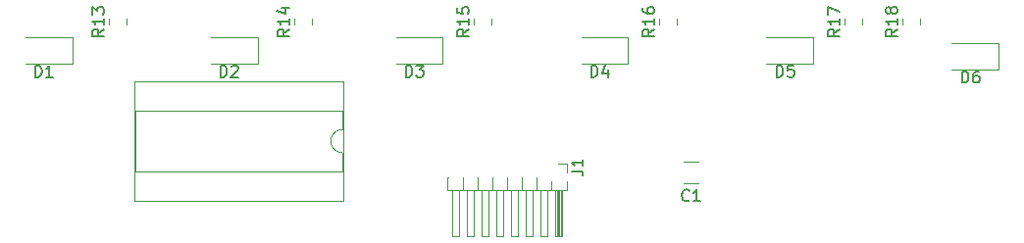
<source format=gbr>
%TF.GenerationSoftware,KiCad,Pcbnew,8.0.5*%
%TF.CreationDate,2024-10-02T15:03:06-03:00*%
%TF.ProjectId,modulo_sensor,6d6f6475-6c6f-45f7-9365-6e736f722e6b,rev?*%
%TF.SameCoordinates,Original*%
%TF.FileFunction,Legend,Top*%
%TF.FilePolarity,Positive*%
%FSLAX46Y46*%
G04 Gerber Fmt 4.6, Leading zero omitted, Abs format (unit mm)*
G04 Created by KiCad (PCBNEW 8.0.5) date 2024-10-02 15:03:06*
%MOMM*%
%LPD*%
G01*
G04 APERTURE LIST*
%ADD10C,0.150000*%
%ADD11C,0.120000*%
G04 APERTURE END LIST*
D10*
X104164802Y-79898333D02*
X104879087Y-79898333D01*
X104879087Y-79898333D02*
X105021944Y-79945952D01*
X105021944Y-79945952D02*
X105117183Y-80041190D01*
X105117183Y-80041190D02*
X105164802Y-80184047D01*
X105164802Y-80184047D02*
X105164802Y-80279285D01*
X105164802Y-78898333D02*
X105164802Y-79469761D01*
X105164802Y-79184047D02*
X104164802Y-79184047D01*
X104164802Y-79184047D02*
X104307659Y-79279285D01*
X104307659Y-79279285D02*
X104402897Y-79374523D01*
X104402897Y-79374523D02*
X104450516Y-79469761D01*
X95304819Y-67642857D02*
X94828628Y-67976190D01*
X95304819Y-68214285D02*
X94304819Y-68214285D01*
X94304819Y-68214285D02*
X94304819Y-67833333D01*
X94304819Y-67833333D02*
X94352438Y-67738095D01*
X94352438Y-67738095D02*
X94400057Y-67690476D01*
X94400057Y-67690476D02*
X94495295Y-67642857D01*
X94495295Y-67642857D02*
X94638152Y-67642857D01*
X94638152Y-67642857D02*
X94733390Y-67690476D01*
X94733390Y-67690476D02*
X94781009Y-67738095D01*
X94781009Y-67738095D02*
X94828628Y-67833333D01*
X94828628Y-67833333D02*
X94828628Y-68214285D01*
X95304819Y-66690476D02*
X95304819Y-67261904D01*
X95304819Y-66976190D02*
X94304819Y-66976190D01*
X94304819Y-66976190D02*
X94447676Y-67071428D01*
X94447676Y-67071428D02*
X94542914Y-67166666D01*
X94542914Y-67166666D02*
X94590533Y-67261904D01*
X94304819Y-65785714D02*
X94304819Y-66261904D01*
X94304819Y-66261904D02*
X94781009Y-66309523D01*
X94781009Y-66309523D02*
X94733390Y-66261904D01*
X94733390Y-66261904D02*
X94685771Y-66166666D01*
X94685771Y-66166666D02*
X94685771Y-65928571D01*
X94685771Y-65928571D02*
X94733390Y-65833333D01*
X94733390Y-65833333D02*
X94781009Y-65785714D01*
X94781009Y-65785714D02*
X94876247Y-65738095D01*
X94876247Y-65738095D02*
X95114342Y-65738095D01*
X95114342Y-65738095D02*
X95209580Y-65785714D01*
X95209580Y-65785714D02*
X95257200Y-65833333D01*
X95257200Y-65833333D02*
X95304819Y-65928571D01*
X95304819Y-65928571D02*
X95304819Y-66166666D01*
X95304819Y-66166666D02*
X95257200Y-66261904D01*
X95257200Y-66261904D02*
X95209580Y-66309523D01*
X73871888Y-71774819D02*
X73871888Y-70774819D01*
X73871888Y-70774819D02*
X74109983Y-70774819D01*
X74109983Y-70774819D02*
X74252840Y-70822438D01*
X74252840Y-70822438D02*
X74348078Y-70917676D01*
X74348078Y-70917676D02*
X74395697Y-71012914D01*
X74395697Y-71012914D02*
X74443316Y-71203390D01*
X74443316Y-71203390D02*
X74443316Y-71346247D01*
X74443316Y-71346247D02*
X74395697Y-71536723D01*
X74395697Y-71536723D02*
X74348078Y-71631961D01*
X74348078Y-71631961D02*
X74252840Y-71727200D01*
X74252840Y-71727200D02*
X74109983Y-71774819D01*
X74109983Y-71774819D02*
X73871888Y-71774819D01*
X74824269Y-70870057D02*
X74871888Y-70822438D01*
X74871888Y-70822438D02*
X74967126Y-70774819D01*
X74967126Y-70774819D02*
X75205221Y-70774819D01*
X75205221Y-70774819D02*
X75300459Y-70822438D01*
X75300459Y-70822438D02*
X75348078Y-70870057D01*
X75348078Y-70870057D02*
X75395697Y-70965295D01*
X75395697Y-70965295D02*
X75395697Y-71060533D01*
X75395697Y-71060533D02*
X75348078Y-71203390D01*
X75348078Y-71203390D02*
X74776650Y-71774819D01*
X74776650Y-71774819D02*
X75395697Y-71774819D01*
X132304819Y-67642857D02*
X131828628Y-67976190D01*
X132304819Y-68214285D02*
X131304819Y-68214285D01*
X131304819Y-68214285D02*
X131304819Y-67833333D01*
X131304819Y-67833333D02*
X131352438Y-67738095D01*
X131352438Y-67738095D02*
X131400057Y-67690476D01*
X131400057Y-67690476D02*
X131495295Y-67642857D01*
X131495295Y-67642857D02*
X131638152Y-67642857D01*
X131638152Y-67642857D02*
X131733390Y-67690476D01*
X131733390Y-67690476D02*
X131781009Y-67738095D01*
X131781009Y-67738095D02*
X131828628Y-67833333D01*
X131828628Y-67833333D02*
X131828628Y-68214285D01*
X132304819Y-66690476D02*
X132304819Y-67261904D01*
X132304819Y-66976190D02*
X131304819Y-66976190D01*
X131304819Y-66976190D02*
X131447676Y-67071428D01*
X131447676Y-67071428D02*
X131542914Y-67166666D01*
X131542914Y-67166666D02*
X131590533Y-67261904D01*
X131733390Y-66119047D02*
X131685771Y-66214285D01*
X131685771Y-66214285D02*
X131638152Y-66261904D01*
X131638152Y-66261904D02*
X131542914Y-66309523D01*
X131542914Y-66309523D02*
X131495295Y-66309523D01*
X131495295Y-66309523D02*
X131400057Y-66261904D01*
X131400057Y-66261904D02*
X131352438Y-66214285D01*
X131352438Y-66214285D02*
X131304819Y-66119047D01*
X131304819Y-66119047D02*
X131304819Y-65928571D01*
X131304819Y-65928571D02*
X131352438Y-65833333D01*
X131352438Y-65833333D02*
X131400057Y-65785714D01*
X131400057Y-65785714D02*
X131495295Y-65738095D01*
X131495295Y-65738095D02*
X131542914Y-65738095D01*
X131542914Y-65738095D02*
X131638152Y-65785714D01*
X131638152Y-65785714D02*
X131685771Y-65833333D01*
X131685771Y-65833333D02*
X131733390Y-65928571D01*
X131733390Y-65928571D02*
X131733390Y-66119047D01*
X131733390Y-66119047D02*
X131781009Y-66214285D01*
X131781009Y-66214285D02*
X131828628Y-66261904D01*
X131828628Y-66261904D02*
X131923866Y-66309523D01*
X131923866Y-66309523D02*
X132114342Y-66309523D01*
X132114342Y-66309523D02*
X132209580Y-66261904D01*
X132209580Y-66261904D02*
X132257200Y-66214285D01*
X132257200Y-66214285D02*
X132304819Y-66119047D01*
X132304819Y-66119047D02*
X132304819Y-65928571D01*
X132304819Y-65928571D02*
X132257200Y-65833333D01*
X132257200Y-65833333D02*
X132209580Y-65785714D01*
X132209580Y-65785714D02*
X132114342Y-65738095D01*
X132114342Y-65738095D02*
X131923866Y-65738095D01*
X131923866Y-65738095D02*
X131828628Y-65785714D01*
X131828628Y-65785714D02*
X131781009Y-65833333D01*
X131781009Y-65833333D02*
X131733390Y-65928571D01*
X89871888Y-71774819D02*
X89871888Y-70774819D01*
X89871888Y-70774819D02*
X90109983Y-70774819D01*
X90109983Y-70774819D02*
X90252840Y-70822438D01*
X90252840Y-70822438D02*
X90348078Y-70917676D01*
X90348078Y-70917676D02*
X90395697Y-71012914D01*
X90395697Y-71012914D02*
X90443316Y-71203390D01*
X90443316Y-71203390D02*
X90443316Y-71346247D01*
X90443316Y-71346247D02*
X90395697Y-71536723D01*
X90395697Y-71536723D02*
X90348078Y-71631961D01*
X90348078Y-71631961D02*
X90252840Y-71727200D01*
X90252840Y-71727200D02*
X90109983Y-71774819D01*
X90109983Y-71774819D02*
X89871888Y-71774819D01*
X90776650Y-70774819D02*
X91395697Y-70774819D01*
X91395697Y-70774819D02*
X91062364Y-71155771D01*
X91062364Y-71155771D02*
X91205221Y-71155771D01*
X91205221Y-71155771D02*
X91300459Y-71203390D01*
X91300459Y-71203390D02*
X91348078Y-71251009D01*
X91348078Y-71251009D02*
X91395697Y-71346247D01*
X91395697Y-71346247D02*
X91395697Y-71584342D01*
X91395697Y-71584342D02*
X91348078Y-71679580D01*
X91348078Y-71679580D02*
X91300459Y-71727200D01*
X91300459Y-71727200D02*
X91205221Y-71774819D01*
X91205221Y-71774819D02*
X90919507Y-71774819D01*
X90919507Y-71774819D02*
X90824269Y-71727200D01*
X90824269Y-71727200D02*
X90776650Y-71679580D01*
X137871888Y-72274819D02*
X137871888Y-71274819D01*
X137871888Y-71274819D02*
X138109983Y-71274819D01*
X138109983Y-71274819D02*
X138252840Y-71322438D01*
X138252840Y-71322438D02*
X138348078Y-71417676D01*
X138348078Y-71417676D02*
X138395697Y-71512914D01*
X138395697Y-71512914D02*
X138443316Y-71703390D01*
X138443316Y-71703390D02*
X138443316Y-71846247D01*
X138443316Y-71846247D02*
X138395697Y-72036723D01*
X138395697Y-72036723D02*
X138348078Y-72131961D01*
X138348078Y-72131961D02*
X138252840Y-72227200D01*
X138252840Y-72227200D02*
X138109983Y-72274819D01*
X138109983Y-72274819D02*
X137871888Y-72274819D01*
X139300459Y-71274819D02*
X139109983Y-71274819D01*
X139109983Y-71274819D02*
X139014745Y-71322438D01*
X139014745Y-71322438D02*
X138967126Y-71370057D01*
X138967126Y-71370057D02*
X138871888Y-71512914D01*
X138871888Y-71512914D02*
X138824269Y-71703390D01*
X138824269Y-71703390D02*
X138824269Y-72084342D01*
X138824269Y-72084342D02*
X138871888Y-72179580D01*
X138871888Y-72179580D02*
X138919507Y-72227200D01*
X138919507Y-72227200D02*
X139014745Y-72274819D01*
X139014745Y-72274819D02*
X139205221Y-72274819D01*
X139205221Y-72274819D02*
X139300459Y-72227200D01*
X139300459Y-72227200D02*
X139348078Y-72179580D01*
X139348078Y-72179580D02*
X139395697Y-72084342D01*
X139395697Y-72084342D02*
X139395697Y-71846247D01*
X139395697Y-71846247D02*
X139348078Y-71751009D01*
X139348078Y-71751009D02*
X139300459Y-71703390D01*
X139300459Y-71703390D02*
X139205221Y-71655771D01*
X139205221Y-71655771D02*
X139014745Y-71655771D01*
X139014745Y-71655771D02*
X138919507Y-71703390D01*
X138919507Y-71703390D02*
X138871888Y-71751009D01*
X138871888Y-71751009D02*
X138824269Y-71846247D01*
X63804819Y-67642857D02*
X63328628Y-67976190D01*
X63804819Y-68214285D02*
X62804819Y-68214285D01*
X62804819Y-68214285D02*
X62804819Y-67833333D01*
X62804819Y-67833333D02*
X62852438Y-67738095D01*
X62852438Y-67738095D02*
X62900057Y-67690476D01*
X62900057Y-67690476D02*
X62995295Y-67642857D01*
X62995295Y-67642857D02*
X63138152Y-67642857D01*
X63138152Y-67642857D02*
X63233390Y-67690476D01*
X63233390Y-67690476D02*
X63281009Y-67738095D01*
X63281009Y-67738095D02*
X63328628Y-67833333D01*
X63328628Y-67833333D02*
X63328628Y-68214285D01*
X63804819Y-66690476D02*
X63804819Y-67261904D01*
X63804819Y-66976190D02*
X62804819Y-66976190D01*
X62804819Y-66976190D02*
X62947676Y-67071428D01*
X62947676Y-67071428D02*
X63042914Y-67166666D01*
X63042914Y-67166666D02*
X63090533Y-67261904D01*
X62804819Y-66357142D02*
X62804819Y-65738095D01*
X62804819Y-65738095D02*
X63185771Y-66071428D01*
X63185771Y-66071428D02*
X63185771Y-65928571D01*
X63185771Y-65928571D02*
X63233390Y-65833333D01*
X63233390Y-65833333D02*
X63281009Y-65785714D01*
X63281009Y-65785714D02*
X63376247Y-65738095D01*
X63376247Y-65738095D02*
X63614342Y-65738095D01*
X63614342Y-65738095D02*
X63709580Y-65785714D01*
X63709580Y-65785714D02*
X63757200Y-65833333D01*
X63757200Y-65833333D02*
X63804819Y-65928571D01*
X63804819Y-65928571D02*
X63804819Y-66214285D01*
X63804819Y-66214285D02*
X63757200Y-66309523D01*
X63757200Y-66309523D02*
X63709580Y-66357142D01*
X105871888Y-71774819D02*
X105871888Y-70774819D01*
X105871888Y-70774819D02*
X106109983Y-70774819D01*
X106109983Y-70774819D02*
X106252840Y-70822438D01*
X106252840Y-70822438D02*
X106348078Y-70917676D01*
X106348078Y-70917676D02*
X106395697Y-71012914D01*
X106395697Y-71012914D02*
X106443316Y-71203390D01*
X106443316Y-71203390D02*
X106443316Y-71346247D01*
X106443316Y-71346247D02*
X106395697Y-71536723D01*
X106395697Y-71536723D02*
X106348078Y-71631961D01*
X106348078Y-71631961D02*
X106252840Y-71727200D01*
X106252840Y-71727200D02*
X106109983Y-71774819D01*
X106109983Y-71774819D02*
X105871888Y-71774819D01*
X107300459Y-71108152D02*
X107300459Y-71774819D01*
X107062364Y-70727200D02*
X106824269Y-71441485D01*
X106824269Y-71441485D02*
X107443316Y-71441485D01*
X127304819Y-67642857D02*
X126828628Y-67976190D01*
X127304819Y-68214285D02*
X126304819Y-68214285D01*
X126304819Y-68214285D02*
X126304819Y-67833333D01*
X126304819Y-67833333D02*
X126352438Y-67738095D01*
X126352438Y-67738095D02*
X126400057Y-67690476D01*
X126400057Y-67690476D02*
X126495295Y-67642857D01*
X126495295Y-67642857D02*
X126638152Y-67642857D01*
X126638152Y-67642857D02*
X126733390Y-67690476D01*
X126733390Y-67690476D02*
X126781009Y-67738095D01*
X126781009Y-67738095D02*
X126828628Y-67833333D01*
X126828628Y-67833333D02*
X126828628Y-68214285D01*
X127304819Y-66690476D02*
X127304819Y-67261904D01*
X127304819Y-66976190D02*
X126304819Y-66976190D01*
X126304819Y-66976190D02*
X126447676Y-67071428D01*
X126447676Y-67071428D02*
X126542914Y-67166666D01*
X126542914Y-67166666D02*
X126590533Y-67261904D01*
X126304819Y-66357142D02*
X126304819Y-65690476D01*
X126304819Y-65690476D02*
X127304819Y-66119047D01*
X79804819Y-67642857D02*
X79328628Y-67976190D01*
X79804819Y-68214285D02*
X78804819Y-68214285D01*
X78804819Y-68214285D02*
X78804819Y-67833333D01*
X78804819Y-67833333D02*
X78852438Y-67738095D01*
X78852438Y-67738095D02*
X78900057Y-67690476D01*
X78900057Y-67690476D02*
X78995295Y-67642857D01*
X78995295Y-67642857D02*
X79138152Y-67642857D01*
X79138152Y-67642857D02*
X79233390Y-67690476D01*
X79233390Y-67690476D02*
X79281009Y-67738095D01*
X79281009Y-67738095D02*
X79328628Y-67833333D01*
X79328628Y-67833333D02*
X79328628Y-68214285D01*
X79804819Y-66690476D02*
X79804819Y-67261904D01*
X79804819Y-66976190D02*
X78804819Y-66976190D01*
X78804819Y-66976190D02*
X78947676Y-67071428D01*
X78947676Y-67071428D02*
X79042914Y-67166666D01*
X79042914Y-67166666D02*
X79090533Y-67261904D01*
X79138152Y-65833333D02*
X79804819Y-65833333D01*
X78757200Y-66071428D02*
X79471485Y-66309523D01*
X79471485Y-66309523D02*
X79471485Y-65690476D01*
X111304819Y-67642857D02*
X110828628Y-67976190D01*
X111304819Y-68214285D02*
X110304819Y-68214285D01*
X110304819Y-68214285D02*
X110304819Y-67833333D01*
X110304819Y-67833333D02*
X110352438Y-67738095D01*
X110352438Y-67738095D02*
X110400057Y-67690476D01*
X110400057Y-67690476D02*
X110495295Y-67642857D01*
X110495295Y-67642857D02*
X110638152Y-67642857D01*
X110638152Y-67642857D02*
X110733390Y-67690476D01*
X110733390Y-67690476D02*
X110781009Y-67738095D01*
X110781009Y-67738095D02*
X110828628Y-67833333D01*
X110828628Y-67833333D02*
X110828628Y-68214285D01*
X111304819Y-66690476D02*
X111304819Y-67261904D01*
X111304819Y-66976190D02*
X110304819Y-66976190D01*
X110304819Y-66976190D02*
X110447676Y-67071428D01*
X110447676Y-67071428D02*
X110542914Y-67166666D01*
X110542914Y-67166666D02*
X110590533Y-67261904D01*
X110304819Y-65833333D02*
X110304819Y-66023809D01*
X110304819Y-66023809D02*
X110352438Y-66119047D01*
X110352438Y-66119047D02*
X110400057Y-66166666D01*
X110400057Y-66166666D02*
X110542914Y-66261904D01*
X110542914Y-66261904D02*
X110733390Y-66309523D01*
X110733390Y-66309523D02*
X111114342Y-66309523D01*
X111114342Y-66309523D02*
X111209580Y-66261904D01*
X111209580Y-66261904D02*
X111257200Y-66214285D01*
X111257200Y-66214285D02*
X111304819Y-66119047D01*
X111304819Y-66119047D02*
X111304819Y-65928571D01*
X111304819Y-65928571D02*
X111257200Y-65833333D01*
X111257200Y-65833333D02*
X111209580Y-65785714D01*
X111209580Y-65785714D02*
X111114342Y-65738095D01*
X111114342Y-65738095D02*
X110876247Y-65738095D01*
X110876247Y-65738095D02*
X110781009Y-65785714D01*
X110781009Y-65785714D02*
X110733390Y-65833333D01*
X110733390Y-65833333D02*
X110685771Y-65928571D01*
X110685771Y-65928571D02*
X110685771Y-66119047D01*
X110685771Y-66119047D02*
X110733390Y-66214285D01*
X110733390Y-66214285D02*
X110781009Y-66261904D01*
X110781009Y-66261904D02*
X110876247Y-66309523D01*
X114333333Y-82409580D02*
X114285714Y-82457200D01*
X114285714Y-82457200D02*
X114142857Y-82504819D01*
X114142857Y-82504819D02*
X114047619Y-82504819D01*
X114047619Y-82504819D02*
X113904762Y-82457200D01*
X113904762Y-82457200D02*
X113809524Y-82361961D01*
X113809524Y-82361961D02*
X113761905Y-82266723D01*
X113761905Y-82266723D02*
X113714286Y-82076247D01*
X113714286Y-82076247D02*
X113714286Y-81933390D01*
X113714286Y-81933390D02*
X113761905Y-81742914D01*
X113761905Y-81742914D02*
X113809524Y-81647676D01*
X113809524Y-81647676D02*
X113904762Y-81552438D01*
X113904762Y-81552438D02*
X114047619Y-81504819D01*
X114047619Y-81504819D02*
X114142857Y-81504819D01*
X114142857Y-81504819D02*
X114285714Y-81552438D01*
X114285714Y-81552438D02*
X114333333Y-81600057D01*
X115285714Y-82504819D02*
X114714286Y-82504819D01*
X115000000Y-82504819D02*
X115000000Y-81504819D01*
X115000000Y-81504819D02*
X114904762Y-81647676D01*
X114904762Y-81647676D02*
X114809524Y-81742914D01*
X114809524Y-81742914D02*
X114714286Y-81790533D01*
X121871888Y-71774819D02*
X121871888Y-70774819D01*
X121871888Y-70774819D02*
X122109983Y-70774819D01*
X122109983Y-70774819D02*
X122252840Y-70822438D01*
X122252840Y-70822438D02*
X122348078Y-70917676D01*
X122348078Y-70917676D02*
X122395697Y-71012914D01*
X122395697Y-71012914D02*
X122443316Y-71203390D01*
X122443316Y-71203390D02*
X122443316Y-71346247D01*
X122443316Y-71346247D02*
X122395697Y-71536723D01*
X122395697Y-71536723D02*
X122348078Y-71631961D01*
X122348078Y-71631961D02*
X122252840Y-71727200D01*
X122252840Y-71727200D02*
X122109983Y-71774819D01*
X122109983Y-71774819D02*
X121871888Y-71774819D01*
X123348078Y-70774819D02*
X122871888Y-70774819D01*
X122871888Y-70774819D02*
X122824269Y-71251009D01*
X122824269Y-71251009D02*
X122871888Y-71203390D01*
X122871888Y-71203390D02*
X122967126Y-71155771D01*
X122967126Y-71155771D02*
X123205221Y-71155771D01*
X123205221Y-71155771D02*
X123300459Y-71203390D01*
X123300459Y-71203390D02*
X123348078Y-71251009D01*
X123348078Y-71251009D02*
X123395697Y-71346247D01*
X123395697Y-71346247D02*
X123395697Y-71584342D01*
X123395697Y-71584342D02*
X123348078Y-71679580D01*
X123348078Y-71679580D02*
X123300459Y-71727200D01*
X123300459Y-71727200D02*
X123205221Y-71774819D01*
X123205221Y-71774819D02*
X122967126Y-71774819D01*
X122967126Y-71774819D02*
X122871888Y-71727200D01*
X122871888Y-71727200D02*
X122824269Y-71679580D01*
X57871888Y-71774819D02*
X57871888Y-70774819D01*
X57871888Y-70774819D02*
X58109983Y-70774819D01*
X58109983Y-70774819D02*
X58252840Y-70822438D01*
X58252840Y-70822438D02*
X58348078Y-70917676D01*
X58348078Y-70917676D02*
X58395697Y-71012914D01*
X58395697Y-71012914D02*
X58443316Y-71203390D01*
X58443316Y-71203390D02*
X58443316Y-71346247D01*
X58443316Y-71346247D02*
X58395697Y-71536723D01*
X58395697Y-71536723D02*
X58348078Y-71631961D01*
X58348078Y-71631961D02*
X58252840Y-71727200D01*
X58252840Y-71727200D02*
X58109983Y-71774819D01*
X58109983Y-71774819D02*
X57871888Y-71774819D01*
X59395697Y-71774819D02*
X58824269Y-71774819D01*
X59109983Y-71774819D02*
X59109983Y-70774819D01*
X59109983Y-70774819D02*
X59014745Y-70917676D01*
X59014745Y-70917676D02*
X58919507Y-71012914D01*
X58919507Y-71012914D02*
X58824269Y-71060533D01*
D11*
%TO.C,J1*%
X93474983Y-80440000D02*
X93550306Y-80440000D01*
X93474983Y-81560000D02*
X93474983Y-80440000D01*
X93909983Y-85560000D02*
X93909983Y-81560000D01*
X94429983Y-81560000D02*
X94429983Y-85560000D01*
X94429983Y-85560000D02*
X93909983Y-85560000D01*
X94804983Y-80440000D02*
X94804983Y-81560000D01*
X94820306Y-80440000D02*
X94789660Y-80440000D01*
X95179983Y-85560000D02*
X95179983Y-81560000D01*
X95699983Y-81560000D02*
X95699983Y-85560000D01*
X95699983Y-85560000D02*
X95179983Y-85560000D01*
X96074983Y-80440000D02*
X96074983Y-81560000D01*
X96090306Y-80440000D02*
X96059660Y-80440000D01*
X96449983Y-85560000D02*
X96449983Y-81560000D01*
X96969983Y-81560000D02*
X96969983Y-85560000D01*
X96969983Y-85560000D02*
X96449983Y-85560000D01*
X97344983Y-80440000D02*
X97344983Y-81560000D01*
X97360306Y-80440000D02*
X97329660Y-80440000D01*
X97719983Y-85560000D02*
X97719983Y-81560000D01*
X98239983Y-81560000D02*
X98239983Y-85560000D01*
X98239983Y-85560000D02*
X97719983Y-85560000D01*
X98614983Y-80440000D02*
X98614983Y-81560000D01*
X98630306Y-80440000D02*
X98599660Y-80440000D01*
X98989983Y-85560000D02*
X98989983Y-81560000D01*
X99509983Y-81560000D02*
X99509983Y-85560000D01*
X99509983Y-85560000D02*
X98989983Y-85560000D01*
X99884983Y-80440000D02*
X99884983Y-81560000D01*
X99900306Y-80440000D02*
X99869660Y-80440000D01*
X100259983Y-85560000D02*
X100259983Y-81560000D01*
X100779983Y-81560000D02*
X100779983Y-85560000D01*
X100779983Y-85560000D02*
X100259983Y-85560000D01*
X101154983Y-80440000D02*
X101154983Y-81560000D01*
X101170306Y-80440000D02*
X101139660Y-80440000D01*
X101529983Y-85560000D02*
X101529983Y-81560000D01*
X102049983Y-81560000D02*
X102049983Y-85560000D01*
X102049983Y-85560000D02*
X101529983Y-85560000D01*
X102424983Y-80760000D02*
X102424983Y-81560000D01*
X102799983Y-85560000D02*
X102799983Y-81560000D01*
X102899983Y-81560000D02*
X102899983Y-85560000D01*
X103019983Y-81560000D02*
X103019983Y-85560000D01*
X103059983Y-79240000D02*
X103819983Y-79240000D01*
X103139983Y-81560000D02*
X103139983Y-85560000D01*
X103259983Y-81560000D02*
X103259983Y-85560000D01*
X103319983Y-81560000D02*
X103319983Y-85560000D01*
X103319983Y-85560000D02*
X102799983Y-85560000D01*
X103754983Y-80760000D02*
X103754983Y-81560000D01*
X103754983Y-81560000D02*
X93474983Y-81560000D01*
X103819983Y-79240000D02*
X103819983Y-80000000D01*
%TO.C,R15*%
X95765000Y-67227064D02*
X95765000Y-66772936D01*
X97235000Y-67227064D02*
X97235000Y-66772936D01*
%TO.C,D2*%
X73009983Y-70635000D02*
X77069983Y-70635000D01*
X77069983Y-68365000D02*
X73009983Y-68365000D01*
X77069983Y-70635000D02*
X77069983Y-68365000D01*
%TO.C,R18*%
X132765000Y-67227064D02*
X132765000Y-66772936D01*
X134235000Y-67227064D02*
X134235000Y-66772936D01*
%TO.C,D3*%
X89009983Y-70635000D02*
X93069983Y-70635000D01*
X93069983Y-68365000D02*
X89009983Y-68365000D01*
X93069983Y-70635000D02*
X93069983Y-68365000D01*
%TO.C,D6*%
X137009983Y-71135000D02*
X141069983Y-71135000D01*
X141069983Y-68865000D02*
X137009983Y-68865000D01*
X141069983Y-71135000D02*
X141069983Y-68865000D01*
%TO.C,R13*%
X64265000Y-67227064D02*
X64265000Y-66772936D01*
X65735000Y-67227064D02*
X65735000Y-66772936D01*
%TO.C,D4*%
X105009983Y-70635000D02*
X109069983Y-70635000D01*
X109069983Y-68365000D02*
X105009983Y-68365000D01*
X109069983Y-70635000D02*
X109069983Y-68365000D01*
%TO.C,R17*%
X127765000Y-67227064D02*
X127765000Y-66772936D01*
X129235000Y-67227064D02*
X129235000Y-66772936D01*
%TO.C,R14*%
X80265000Y-67227064D02*
X80265000Y-66772936D01*
X81735000Y-67227064D02*
X81735000Y-66772936D01*
%TO.C,R16*%
X111765000Y-67227064D02*
X111765000Y-66772936D01*
X113235000Y-67227064D02*
X113235000Y-66772936D01*
%TO.C,U1*%
X66450000Y-72170000D02*
X66450000Y-82450000D01*
X66450000Y-82450000D02*
X84470000Y-82450000D01*
X66510000Y-74660000D02*
X66510000Y-79960000D01*
X66510000Y-79960000D02*
X84410000Y-79960000D01*
X84410000Y-74660000D02*
X66510000Y-74660000D01*
X84410000Y-76310000D02*
X84410000Y-74660000D01*
X84410000Y-79960000D02*
X84410000Y-78310000D01*
X84470000Y-72170000D02*
X66450000Y-72170000D01*
X84470000Y-82450000D02*
X84470000Y-72170000D01*
X84410000Y-78310000D02*
G75*
G02*
X84410000Y-76310000I0J1000000D01*
G01*
%TO.C,C1*%
X115129000Y-79080000D02*
X113871000Y-79080000D01*
X115129000Y-80920000D02*
X113871000Y-80920000D01*
%TO.C,D5*%
X121009983Y-70635000D02*
X125069983Y-70635000D01*
X125069983Y-68365000D02*
X121009983Y-68365000D01*
X125069983Y-70635000D02*
X125069983Y-68365000D01*
%TO.C,D1*%
X57009983Y-70635000D02*
X61069983Y-70635000D01*
X61069983Y-68365000D02*
X57009983Y-68365000D01*
X61069983Y-70635000D02*
X61069983Y-68365000D01*
%TD*%
M02*

</source>
